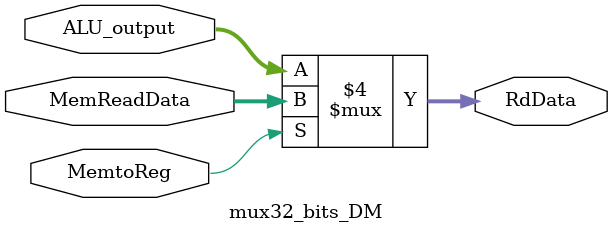
<source format=v>
module mux32_bits_DM(
	// Outputs
	output reg [31:0]RdData,
	// Inputs
	input wire [31:0]MemReadData, ALU_output,
	input wire MemtoReg
);

	
	always @ (*)
	begin 
		if (MemtoReg== 1)RdData<=MemReadData;
		else RdData<=ALU_output;
	end
	
endmodule

</source>
